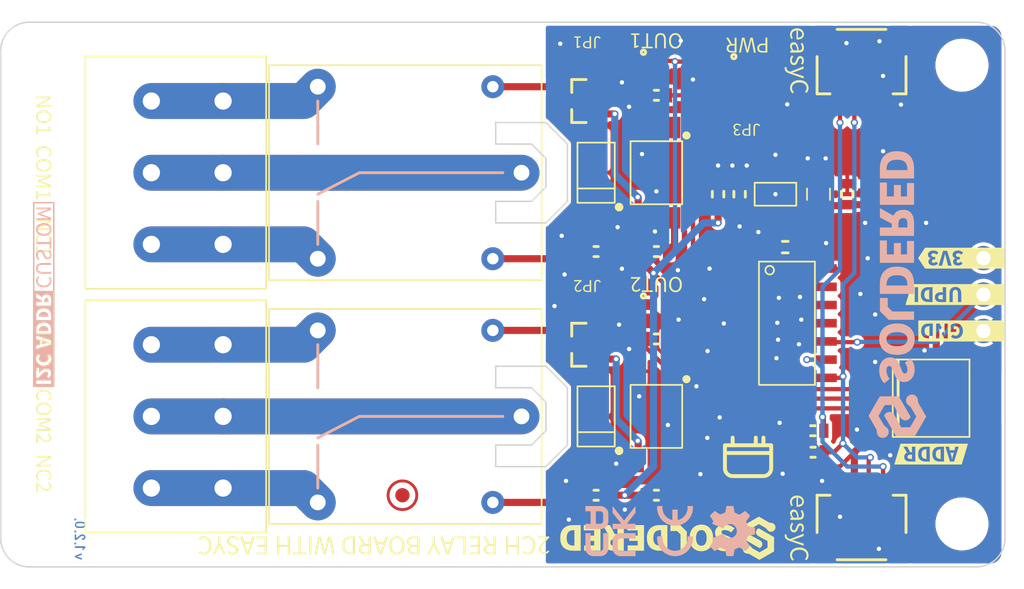
<source format=kicad_pcb>
(kicad_pcb (version 20211014) (generator pcbnew)
  (title_block (title "2-channel relay board with easyC") (date "2024-05-17") (rev "V1.2.0") (company "SOLDERED") (comment 1 "333025"))
  (layers (0 "F.Cu" signal) (31 "B.Cu" signal) (34 "B.Paste" user) (35 "F.Paste" user) (36 "B.SilkS" user "B.Silkscreen") (37 "F.SilkS" user "F.Silkscreen") (38 "B.Mask" user) (39 "F.Mask" user) (44 "Edge.Cuts" user))
  (net 0 "")
  (net 1 "Net-(D1-Pad2)")
  (net 2 "Net-(D2-Pad2)")
  (net 3 "Net-(D2-Pad1)")
  (net 4 "Net-(D3-Pad1)")
  (net 5 "Net-(D4-Pad2)")
  (net 6 "Net-(D5-Pad2)")
  (net 7 "NC1")
  (net 8 "COM1")
  (net 9 "NO1")
  (net 10 "GND")
  (net 11 "IN2")
  (net 12 "IN1")
  (net 13 "NC2")
  (net 14 "COM2")
  (net 15 "NO2")
  (net 16 "Net-(Q1-Pad1)")
  (net 17 "Net-(R1-Pad1)")
  (net 18 "Net-(R3-Pad1)")
  (net 19 "Net-(JP1-Pad1)")
  (net 20 "Net-(JP2-Pad2)")
  (net 21 "3V3")
  (net 22 "5V")
  (net 23 "SDA")
  (net 24 "SCL")
  (net 25 "UPDI")
  (net 26 "Net-(JP3-Pad1)")
  (net 27 "Net-(R8-Pad1)")
  (net 28 "Net-(R10-Pad1)")
  (net 32 "Net-(D5-Pad1)")
  (net 36 "Net-(L1-Pad1)")
  (net 37 "Net-(Q2-Pad1)")
  (net 38 "ADD1")
  (net 39 "ADD2")
  (net 40 "ADD3")
  (footprint "e-radionica.com footprinti:SOIC-14" (layer "F.Cu") (at 120 117)
    (fp_text reference "U2")
    (fp_text value "ATTINY404-SSNR")
  )
  (footprint "kibuzzard-66471EBB" (layer "F.Cu") (at 130.05 126.13 180)
    (fp_text reference "kibuzzard-66471EBB" hide)
    (fp_text value "G***" hide)
  )
  (footprint "e-radionica.com footprinti:0603C" (layer "F.Cu") (at 124.2 108 -90)
    (fp_text reference "C4")
    (fp_text value "C1608X7S1A475K080AC")
  )
  (footprint "e-radionica.com footprinti:SOT-23-3" (layer "F.Cu") (at 105.7 118.5 180)
    (fp_text reference "Q2")
    (fp_text value "NPN-SOT-23-3")
  )
  (footprint "e-radionica.com footprinti:0603R" (layer "F.Cu") (at 121.82 126 180)
    (fp_text reference "R5")
    (fp_text value "10k")
  )
  (footprint "kibuzzard-66471E5D" (layer "F.Cu") (at 106.1 97.4 180)
    (fp_text reference "kibuzzard-66471E5D" hide)
    (fp_text value "G***" hide)
  )
  (footprint "e-radionica.com footprinti:0603C" (layer "F.Cu") (at 116.7 108 -90)
    (fp_text reference "C2")
    (fp_text value "CL10A226MPCNUBE")
  )
  (footprint "kibuzzard-66471D78" (layer "F.Cu") (at 68.2 106.5 -90)
    (fp_text reference "kibuzzard-66471D78" hide)
    (fp_text value "G***" hide)
  )
  (footprint "e-radionica.com footprinti:HEADER-UPDI" (layer "F.Cu") (at 133.7 115 -90)
    (fp_text reference "K2")
    (fp_text value "HEADER-UPDI")
  )
  (footprint "Soldered Graphics:Logo-Front-easyC-NewFont" (layer "F.Cu") (at 120.7 131.3 -90)
    (fp_text reference "G***" hide)
    (fp_text value "LOGO" hide)
  )
  (footprint "e-radionica.com footprinti:HOLE_3.2mm" (layer "F.Cu") (at 68.2 131 -90)
    (fp_text reference "H2" hide)
    (fp_text value "HOLE_3.2mm" hide)
  )
  (footprint "Soldered Graphics:Logo-Back-CE-3.5mm" (layer "F.Cu") (at 112.2 131.5 -90)
    (fp_text reference "REF**" hide)
    (fp_text value "Logo-Back-CE-3.5mm" hide)
  )
  (footprint "e-radionica.com footprinti:SMD-JUMPER-CONNECTED_TRACE_SLODERMASK" (layer "F.Cu") (at 117.2 102.2)
    (fp_text reference "JP2")
    (fp_text value "SMD-JUMPER-CONNECTED_TRACE_SLODERMASK")
  )
  (footprint "kibuzzard-66471E6B" (layer "F.Cu") (at 106.1 114.4 180)
    (fp_text reference "kibuzzard-66471E6B" hide)
    (fp_text value "G***" hide)
  )
  (footprint "e-radionica.com footprinti:0402LED" (layer "F.Cu") (at 117.2 99 180)
    (fp_text reference "D3")
    (fp_text value "purple")
  )
  (footprint "kibuzzard-66471D83" (layer "F.Cu") (at 68.2 123.5 -90)
    (fp_text reference "kibuzzard-66471D83" hide)
    (fp_text value "G***" hide)
  )
  (footprint "kibuzzard-66471EEF" (layer "F.Cu") (at 132.2 112.46 180)
    (fp_text reference "kibuzzard-66471EEF" hide)
    (fp_text value "G***" hide)
  )
  (footprint "e-radionica.com footprinti:HOLE_3.2mm" (layer "F.Cu") (at 132.2 99 -90)
    (fp_text reference "H4" hide)
    (fp_text value "HOLE_3.2mm" hide)
  )
  (footprint "Soldered Graphics:Logo-Front-SolderedFULL-15mm" (layer "F.Cu") (at 111.7 132 180)
    (fp_text reference "REF**" hide)
    (fp_text value "Logo-Front-SolderedFULL-15mm" hide)
  )
  (footprint "e-radionica.com footprinti:0402R" (layer "F.Cu") (at 108.5 98.7)
    (fp_text reference "R2")
    (fp_text value "2k2")
  )
  (footprint "e-radionica.com footprinti:easyC-connector" (layer "F.Cu") (at 125.2 99.3)
    (fp_text reference "K4")
    (fp_text value "easyC-SMD")
  )
  (footprint "e-radionica.com footprinti:PC357_OPTO" (layer "F.Cu") (at 110.9 106.5 -90)
    (fp_text reference "U1")
    (fp_text value "PC357_OPTO")
  )
  (footprint "e-radionica.com footprinti:0603R" (layer "F.Cu") (at 106.7 112)
    (fp_text reference "R4")
    (fp_text value "10R")
  )
  (footprint "e-radionica.com footprinti:0603R" (layer "F.Cu") (at 110.9 112 180)
    (fp_text reference "R3")
    (fp_text value "330R")
  )
  (footprint "kibuzzard-66471E33" (layer "F.Cu") (at 110.9 114.3 180)
    (fp_text reference "kibuzzard-66471E33" hide)
    (fp_text value "G***" hide)
  )
  (footprint "kibuzzard-66471E80" (layer "F.Cu") (at 117.2 103.5 180)
    (fp_text reference "kibuzzard-66471E80" hide)
    (fp_text value "G***" hide)
  )
  (footprint "kibuzzard-66471D8F" (layer "F.Cu") (at 68.2 111 -90)
    (fp_text reference "kibuzzard-66471D8F" hide)
    (fp_text value "G***" hide)
  )
  (footprint "e-radionica.com footprinti:SMD-JUMPER-CONNECTED_TRACE_SLODERMASK" (layer "F.Cu") (at 106.1 98.7 180)
    (fp_text reference "JP1")
    (fp_text value "SMD-JUMPER-CONNECTED_TRACE_SLODERMASK")
  )
  (footprint "e-radionica.com footprinti:0402LED" (layer "F.Cu") (at 110.9 98.7 180)
    (fp_text reference "D1")
    (fp_text value "blue")
  )
  (footprint "e-radionica.com footprinti:0603C" (layer "F.Cu") (at 119.88 111.69)
    (fp_text reference "C1")
    (fp_text value "100n")
  )
  (footprint "e-radionica.com footprinti:SRD_RELAY_5V" (layer "F.Cu") (at 93.4 106.5)
    (fp_text reference "K3")
    (fp_text value "SRD-05VDC-SL-C")
  )
  (footprint "Soldered Graphics:Logo-Back-OSH-3.5mm" (layer "F.Cu") (at 116.2 131.5 -90)
    (fp_text reference "G***" hide)
    (fp_text value "LOGO" hide)
  )
  (footprint "kibuzzard-66471C86" (layer "F.Cu") (at 91.2 132.5 180)
    (fp_text reference "kibuzzard-66471C86" hide)
    (fp_text value "G***" hide)
  )
  (footprint "e-radionica.com footprinti:DSHP03TS-S" (layer "F.Cu") (at 130.05 122.23)
    (fp_text reference "K8")
    (fp_text value "DSHP03TS-S")
  )
  (footprint "Soldered Graphics:Logo-Front-easyC-NewFont" (layer "F.Cu") (at 120.7 98.7 -90)
    (fp_text reference "G***" hide)
    (fp_text value "LOGO" hide)
  )
  (footprint "e-radionica.com footprinti:0603R" (layer "F.Cu") (at 106.7 129)
    (fp_text reference "R11")
    (fp_text value "10R")
  )
  (footprint "e-radionica.com footprinti:SMD-JUMPER-CONNECTED_TRACE_SLODERMASK" (layer "F.Cu") (at 106.1 115.7 180)
    (fp_text reference "JP3")
    (fp_text value "SMD-JUMPER-CONNECTED_TRACE_SLODERMASK")
  )
  (footprint "e-radionica.com footprinti:tps613222a" (layer "F.Cu") (at 119.2 108 -90)
    (fp_text reference "U4")
    (fp_text value "TPS613222A")
  )
  (footprint "e-radionica.com footprinti:0603R" (layer "F.Cu") (at 110.9 101.1)
    (fp_text reference "R1")
    (fp_text value "100R")
  )
  (footprint "Soldered Graphics:Logo-Back-SolderedFULL-20mm" (layer "F.Cu") (at 127.7 115 -90)
    (fp_text reference "REF**" hide)
    (fp_text value "Logo-Front-SolderedFULL-20mm" hide)
  )
  (footprint "e-radionica.com footprinti:0806L" (layer "F.Cu") (at 122.2 108 -90)
    (fp_text reference "L1")
    (fp_text value "DFE201612E-2R2M=P2")
  )
  (footprint "e-radionica.com footprinti:0402R" (layer "F.Cu") (at 117.2 100.5)
    (fp_text reference "R7")
    (fp_text value "2k2")
  )
  (footprint "e-radionica.com footprinti:M4_DIODA" (layer "F.Cu") (at 106.7 123.5 -90)
    (fp_text reference "D5")
    (fp_text value "M4_DIODA")
  )
  (footprint "e-radionica.com footprinti:0603R" (layer "F.Cu") (at 121.8 124.5 180)
    (fp_text reference "R6")
    (fp_text value "10k")
  )
  (footprint "e-radionica.com footprinti:0603R" (layer "F.Cu") (at 110.9 118.1)
    (fp_text reference "R8")
    (fp_text value "100R")
  )
  (footprint "e-radionica.com footprinti:0603C" (layer "F.Cu") (at 115.2 108 -90)
    (fp_text reference "C3")
    (fp_text value "CL10A226MPCNUBE")
  )
  (footprint "e-radionica.com footprinti:0603R" (layer "F.Cu") (at 110.9 129 180)
    (fp_text reference "R10")
    (fp_text value "330R")
  )
  (footprint "e-radionica.com footprinti:FIDUCIAL_23" (layer "F.Cu") (at 132.2 106 -90)
    (fp_text reference "FD1")
    (fp_text value "FIDUCIAL")
  )
  (footprint "e-radionica.com footprinti:0402LED" (layer "F.Cu") (at 110.9 115.7 180)
    (fp_text reference "D4")
    (fp_text value "blue")
  )
  (footprint "e-radionica.com footprinti:HOLE_3.2mm" (layer "F.Cu") (at 132.2 131 -90)
    (fp_text reference "H3" hide)
    (fp_text value "HOLE_3.2mm" hide)
  )
  (footprint "kibuzzard-66471E46" (layer "F.Cu") (at 117.2 97.6 180)
    (fp_text reference "kibuzzard-66471E46" hide)
    (fp_text value "G***" hide)
  )
  (footprint "Soldered Graphics:Logo-Back-UKCA-3.5mm" (layer "F.Cu") (at 107.7 131.5 -90)
    (fp_text reference "REF**" hide)
    (fp_text value "Logo-Back-UKCA-3.5mm" hide)
  )
  (footprint "kibuzzard-66471D63" (layer "F.Cu") (at 68.2 102.5 -90)
    (fp_text reference "kibuzzard-66471D63" hide)
    (fp_text value "G***" hide)
  )
  (footprint "e-radionica.com footprinti:SOT-23-3" (layer "F.Cu") (at 105.7 101.5 180)
    (fp_text reference "Q1")
    (fp_text value "NPN-SOT-23-3")
  )
  (footprint "e-radionica.com footprinti:FIDUCIAL_23" (layer "F.Cu") (at 93.2 129 -90)
    (fp_text reference "FD2")
    (fp_text value "FIDUCIAL")
  )
  (footprint "kibuzzard-66471EE5" (layer "F.Cu") (at 131.7 115 180)
    (fp_text reference "kibuzzard-66471EE5" hide)
    (fp_text value "G***" hide)
  )
  (footprint "kibuzzard-66471DA3" (layer "F.Cu") (at 68.2 127.5 -90)
    (fp_text reference "kibuzzard-66471DA3" hide)
    (fp_text value "G***" hide)
  )
  (footprint "Soldered Graphics:Symbol-Front-Relay" (layer "F.Cu") (at 117.29 126.32 180)
    (fp_text reference "G***" hide)
    (fp_text value "LOGO" hide)
  )
  (footprint "kibuzzard-66471E22" (layer "F.Cu") (at 110.9 97.3 180)
    (fp_text reference "kibuzzard-66471E22" hide)
    (fp_text value "G***" hide)
  )
  (footprint "e-radionica.com footprinti:PC357_OPTO" (layer "F.Cu") (at 110.9 123.5 -90)
    (fp_text reference "U3")
    (fp_text value "PC357_OPTO")
  )
  (footprint "e-radionica.com footprinti:M4_DIODA" (layer "F.Cu") (at 106.7 106.5 -90)
    (fp_text reference "D2")
    (fp_text value "M4_DIODA")
  )
  (footprint "e-radionica.com footprinti:easyC-connector" (layer "F.Cu") (at 125.2 130.7 180)
    (fp_text reference "K1")
    (fp_text value "easyC-SMD")
  )
  (footprint "e-radionica.com footprinti:HOLE_3.2mm" (layer "F.Cu") (at 68.2 99 -90)
    (fp_text reference "H1" hide)
    (fp_text value "HOLE_3.2mm" hide)
  )
  (footprint "e-radionica.com footprinti:SRD_RELAY_5V" (layer "F.Cu") (at 93.4 123.5)
    (fp_text reference "K6")
    (fp_text value "SRD-05VDC-SL-C")
  )
  (footprint "kibuzzard-66471DBB" (layer "F.Cu") (at 68.2 119 -90)
    (fp_text reference "kibuzzard-66471DBB" hide)
    (fp_text value "G***" hide)
  )
  (footprint "e-radionica.com footprinti:0402R" (layer "F.Cu") (at 108.5 115.7)
    (fp_text reference "R9")
    (fp_text value "2k2")
  )
  (footprint "e-radionica.com footprinti:TERMINAL_KF235-5.0-3P" (layer "F.Cu") (at 78.2 123.5 -90)
    (fp_text reference "K7")
    (fp_text value "TERMINAL_KF235-5.0-3P")
  )
  (footprint "kibuzzard-66471ED2" (layer "F.Cu") (at 132.2 117.54 180)
    (fp_text reference "kibuzzard-66471ED2" hide)
    (fp_text value "G***" hide)
  )
  (footprint "e-radionica.com footprinti:TERMINAL_KF235-5.0-3P" (layer "F.Cu") (at 78.2 106.5 -90)
    (fp_text reference "K5")
    (fp_text value "TERMINAL_KF235-5.0-3P")
  )
  (footprint "Soldered Graphics:Symbol-Front_I2C_ADDR_CUSTOM-NewFont" (layer "B.Cu") (at 68.2 115 90)
    (fp_text reference "REF**" hide)
    (fp_text value "Symbol-Front_I2C_ADDR_CUSTOM" hide)
  )
  (footprint "Soldered Graphics:Version1.2.0" (layer "B.Cu") (at 70.7 132 90)
    (fp_text reference "REF**" hide)
    (fp_text value "Version1.2.0" hide)
  )
  (gr_line (start 87.3 101.5) (end 87.3 104.5) (layer "B.SilkS") (width 0.2))
  (gr_line (start 100.2 123.5) (end 90.2 123.5) (layer "B.SilkS") (width 0.2))
  (gr_line (start 87.3 118.5) (end 87.3 121.5) (layer "B.SilkS") (width 0.2))
  (gr_line (start 90.2 123.5) (end 87.3 125) (layer "B.SilkS") (width 0.2))
  (gr_line (start 87.3 128.5) (end 87.3 125.5) (layer "B.SilkS") (width 0.2))
  (gr_line (start 90.2 106.5) (end 87.3 108) (layer "B.SilkS") (width 0.2))
  (gr_line (start 100.2 106.5) (end 90.2 106.5) (layer "B.SilkS") (width 0.2))
  (gr_line (start 87.3 111.5) (end 87.3 108.5) (layer "B.SilkS") (width 0.2))
  (gr_line (start 103.2 110) (end 99.7 110) (layer "Edge.Cuts") (width 0.1))
  (gr_line (start 135.2 132) (end 135.2 98) (layer "Edge.Cuts") (width 0.1))
  (gr_line (start 103.2 127) (end 99.7 127) (layer "Edge.Cuts") (width 0.1))
  (gr_line (start 103.2 122.5) (end 102.2 121.5) (layer "Edge.Cuts") (width 0.1))
  (gr_line (start 103.2 105.5) (end 102.2 104.5) (layer "Edge.Cuts") (width 0.1))
  (gr_line (start 99.7 121.5) (end 99.7 120) (layer "Edge.Cuts") (width 0.1))
  (gr_line (start 65.2 98) (end 65.2 132) (layer "Edge.Cuts") (width 0.1))
  (gr_arc (start 133.2 96) (mid 134.614214 96.585786) (end 135.2 98) (layer "Edge.Cuts") (width 0.1))
  (gr_line (start 104.7 121.5) (end 104.7 125.5) (layer "Edge.Cuts") (width 0.1))
  (gr_line (start 104.7 104.5) (end 104.7 108.5) (layer "Edge.Cuts") (width 0.1))
  (gr_line (start 102.2 125.5) (end 103.2 124.5) (layer "Edge.Cuts") (width 0.1))
  (gr_arc (start 135.2 132) (mid 134.614214 133.414214) (end 133.2 134) (layer "Edge.Cuts") (width 0.1))
  (gr_line (start 99.7 125.5) (end 102.2 125.5) (layer "Edge.Cuts") (width 0.1))
  (gr_arc (start 67.2 134) (mid 65.785786 133.414214) (end 65.2 132) (layer "Edge.Cuts") (width 0.1))
  (gr_line (start 103.2 120) (end 104.7 121.5) (layer "Edge.Cuts") (width 0.1))
  (gr_line (start 103.2 124.5) (end 103.2 122.5) (layer "Edge.Cuts") (width 0.1))
  (gr_line (start 104.7 125.5) (end 103.2 127) (layer "Edge.Cuts") (width 0.1))
  (gr_arc (start 65.2 98) (mid 65.785786 96.585786) (end 67.2 96) (layer "Edge.Cuts") (width 0.1))
  (gr_line (start 99.7 127) (end 99.7 125.5) (layer "Edge.Cuts") (width 0.1))
  (gr_line (start 102.2 121.5) (end 99.7 121.5) (layer "Edge.Cuts") (width 0.1))
  (gr_line (start 103.2 103) (end 104.7 104.5) (layer "Edge.Cuts") (width 0.1))
  (gr_line (start 99.7 108.5) (end 102.2 108.5) (layer "Edge.Cuts") (width 0.1))
  (gr_line (start 102.2 104.5) (end 99.7 104.5) (layer "Edge.Cuts") (width 0.1))
  (gr_line (start 99.7 110) (end 99.7 108.5) (layer "Edge.Cuts") (width 0.1))
  (gr_line (start 104.7 108.5) (end 103.2 110) (layer "Edge.Cuts") (width 0.1))
  (gr_line (start 133.2 96) (end 67.2 96) (layer "Edge.Cuts") (width 0.1))
  (gr_line (start 103.2 107.5) (end 103.2 105.5) (layer "Edge.Cuts") (width 0.1))
  (gr_line (start 67.2 134) (end 133.2 134) (layer "Edge.Cuts") (width 0.1))
  (gr_line (start 102.2 108.5) (end 103.2 107.5) (layer "Edge.Cuts") (width 0.1))
  (gr_line (start 99.7 103) (end 103.2 103) (layer "Edge.Cuts") (width 0.1))
  (gr_line (start 99.7 120) (end 103.2 120) (layer "Edge.Cuts") (width 0.1))
  (gr_line (start 99.7 104.5) (end 99.7 103) (layer "Edge.Cuts") (width 0.1))
  (segment (start 110.35 98.7) (end 109 98.7) (width 0.3) (layer "F.Cu") (net 1))
  (segment (start 105.9 110.4) (end 105.9 111.975) (width 0.5) (layer "F.Cu") (net 2))
  (segment (start 105.425 112.5) (end 105.925 112) (width 0.5) (layer "F.Cu") (net 2))
  (segment (start 105.9 111.975) (end 105.925 112) (width 0.5) (layer "F.Cu") (net 2))
  (segment (start 99.5 112.5) (end 105.425 112.5) (width 0.5) (layer "F.Cu") (net 2))
  (segment (start 106.7 109.6) (end 105.9 110.4) (width 0.5) (layer "F.Cu") (net 2))
  (segment (start 106.7 108.19) (end 106.7 109.6) (width 0.5) (layer "F.Cu") (net 2))
  (segment (start 104.5 99.7) (end 104.5 101.5) (width 0.3) (layer "F.Cu") (net 3))
  (segment (start 104.5 102.8) (end 106.6 104.9) (width 0.5) (layer "F.Cu") (net 3))
  (segment (start 103.5 100.5) (end 104.5 101.5) (width 0.5) (layer "F.Cu") (net 3))
  (segment (start 105.75 98.7) (end 105.5 98.7) (width 0.3) (layer "F.Cu") (net 3))
  (segment (start 99.5 100.5) (end 103.5 100.5) (width 0.5) (layer "F.Cu") (net 3))
  (segment (start 105.5 98.7) (end 104.5 99.7) (width 0.3) (layer "F.Cu") (net 3))
  (segment (start 104.5 101.5) (end 104.5 102.8) (width 0.5) (layer "F.Cu") (net 3))
  (segment (start 106.6 104.9) (end 106.7 104.9) (width 0.5) (layer "F.Cu") (net 3))
  (segment (start 117.75 100.45) (end 117.7 100.5) (width 0.3) (layer "F.Cu") (net 4))
  (segment (start 117.75 99) (end 117.75 100.45) (width 0.3) (layer "F.Cu") (net 4))
  (segment (start 109 115.7) (end 110.35 115.7) (width 0.3) (layer "F.Cu") (net 5))
  (segment (start 106.7 125.19) (end 106.7 126.5) (width 0.5) (layer "F.Cu") (net 6))
  (segment (start 105.9 127.3) (end 105.9 128.975) (width 0.5) (layer "F.Cu") (net 6))
  (segment (start 106.7 126.5) (end 105.9 127.3) (width 0.5) (layer "F.Cu") (net 6))
  (segment (start 99.5 129.5) (end 105.425 129.5) (width 0.5) (layer "F.Cu") (net 6))
  (segment (start 105.425 129.5) (end 105.925 129) (width 0.5) (layer "F.Cu") (net 6))
  (segment (start 105.9 128.975) (end 105.925 129) (width 0.5) (layer "F.Cu") (net 6))
  (segment (start 75.7 111.5) (end 80.7 111.5) (width 2.5) (layer "F.Cu") (net 7))
  (segment (start 86.3 111.5) (end 87.3 112.5) (width 2.5) (layer "F.Cu") (net 7))
  (segment (start 80.7 111.5) (end 86.3 111.5) (width 2.5) (layer "F.Cu") (net 7))
  (segment (start 75.7 111.5) (end 80.7 111.5) (width 2.5) (layer "B.Cu") (net 7))
  (segment (start 80.7 111.5) (end 86.3 111.5) (width 2.5) (layer "B.Cu") (net 7))
  (segment (start 86.3 111.5) (end 87.3 112.5) (width 2.5) (layer "B.Cu") (net 7))
  (segment (start 75.7 106.5) (end 80.7 106.5) (width 2.5) (layer "F.Cu") (net 8))
  (segment (start 80.7 106.5) (end 101.5 106.5) (width 2.5) (layer "F.Cu") (net 8))
  (segment (start 80.7 106.5) (end 75.7 106.5) (width 2.5) (layer "B.Cu") (net 8))
  (segment (start 101.5 106.5) (end 80.7 106.5) (width 2.5) (layer "B.Cu") (net 8))
  (segment (start 86.3 101.5) (end 87.3 100.5) (width 2.5) (layer "F.Cu") (net 9))
  (segment (start 75.7 101.5) (end 80.7 101.5) (width 2.5) (layer "F.Cu") (net 9))
  (segment (start 80.7 101.5) (end 86.3 101.5) (width 2.5) (layer "F.Cu") (net 9))
  (segment (start 80.7 101.5) (end 86.3 101.5) (width 2.5) (layer "B.Cu") (net 9))
  (segment (start 86.3 101.5) (end 87.3 100.5) (width 2.5) (layer "B.Cu") (net 9))
  (segment (start 75.7 101.5) (end 80.7 101.5) (width 2.5) (layer "B.Cu") (net 9))
  (via (at 119.49 123.95) (size 0.5) (drill 0.3) (layers "F.Cu" "B.Cu") (net 10))
  (via (at 104.8 130.7) (size 0.5) (drill 0.3) (layers "F.Cu" "B.Cu") (net 10))
  (via (at 108.3 117.1) (size 0.5) (drill 0.3) (layers "F.Cu" "B.Cu") (net 10))
  (via (at 113.97 127.53) (size 0.5) (drill 0.3) (layers "F.Cu" "B.Cu") (net 10))
  (via (at 126.1505 119.7) (size 0.5) (drill 0.3) (layers "F.Cu" "B.Cu") (net 10))
  (via (at 129.5895 118.8995) (size 0.5) (drill 0.3) (layers "F.Cu" "B.Cu") (net 10))
  (via (at 115.31 123.57) (size 0.5) (drill 0.3) (layers "F.Cu" "B.Cu") (net 10))
  (via (at 112.6 97.3) (size 0.5) (drill 0.3) (layers "F.Cu" "B.Cu") (net 10))
  (via (at 113.45 100) (size 0.5) (drill 0.3) (layers "F.Cu" "B.Cu") (net 10))
  (via (at 104.6 128) (size 0.5) (drill 0.3) (layers "F.Cu" "B.Cu") (net 10))
  (via (at 104.5 113.6) (size 0.5) (drill 0.3) (layers "F.Cu" "B.Cu") (net 10))
  (via (at 126.41 132.74) (size 0.5) (drill 0.3) (layers "F.Cu" "B.Cu") (net 10))
  (via (at 119.33 116.97) (size 0.5) (drill 0.3) (layers "F.Cu" "B.Cu") (net 10))
  (via (at 112.45 116.75) (size 0.5) (drill 0.3) (layers "F.Cu" "B.Cu") (net 10))
  (via (at 108.2 110.3) (size 0.5) (drill 0.3) (layers "F.Cu" "B.Cu") (net 10))
  (via (at 122.45 128) (size 0.5) (drill 0.3) (layers "F.Cu" "B.Cu") (net 10))
  (via (at 123.7 130.5) (size 0.5) (drill 0.3) (layers "F.Cu" "B.Cu") (net 10))
  (via (at 108.1 126.8) (size 0.5) (drill 0.3) (layers "F.Cu" "B.Cu") (net 10))
  (via (at 124.15 97.46) (size 0.5) (drill 0.3) (layers "F.Cu" "B.Cu") (net 10))
  (via (at 108.5 100.2) (size 0.5) (drill 0.3) (layers "F.Cu" "B.Cu") (net 10))
  (via (at 119.44 115.23) (size 0.5) (drill 0.3) (layers "F.Cu" "B.Cu") (net 10))
  (via (at 114.23 115.32) (size 0.5) (drill 0.3) (layers "F.Cu" "B.Cu") (net 10))
  (via (at 119.2 108) (size 0.5) (drill 0.3) (layers "F.Cu" "B.Cu") (net 10))
  (via (at 124.88 124.42) (size 0.5) (drill 0.3) (layers "F.Cu" "B.Cu") (net 10))
  (via (at 120.84 118.47) (size 0.5) (drill 0.3) (layers "F.Cu" "B.Cu") (net 10))
  (via (at 117.2 106) (size 0.5) (drill 0.3) (layers "F.Cu" "B.Cu") (net 10))
  (via (at 120.02 101.73) (size 0.5) (drill 0.3) (layers "F.Cu" "B.Cu") (net 10))
  (via (at 108.7 130) (size 0.5) (drill 0.3) (layers "F.Cu" "B.Cu") (net 10))
  (via (at 110.9 107.8) (size 0.5) (drill 0.3) (layers "F.Cu" "B.Cu") (net 10))
  (via (at 120.91 115.17) (size 0.5) (drill 0.3) (layers "F.Cu" "B.Cu") (net 10))
  (via (at 111.7 124.1) (size 0.5) (drill 0.3) (layers "F.Cu" "B.Cu") (net 10))
  (via (at 125.63 112.47) (size 0.5) (drill 0.3) (layers "F.Cu" "B.Cu") (net 10))
  (via (at 126.1505 116.39) (size 0.5) (drill 0.3) (layers "F.Cu" "B.Cu") (net 10))
  (via (at 118.01 110.64) (size 0.5) (drill 0.3) (layers "F.Cu" "B.Cu") (net 10))
  (via (at 115.6 117.02) (size 0.5) (drill 0.3) (layers "F.Cu" "B.Cu") (net 10))
  (via (at 113.69 121.4) (size 0.5) (drill 0.3) (layers "F.Cu" "B.Cu") (net 10))
  (via (at 108.5 113.2) (size 0.5) (drill 0.3) (layers "F.Cu" "B.Cu") (net 10))
  (via (at 109 118.8) (size 0.5) (drill 0.3) (layers "F.Cu" "B.Cu") (net 10))
  (via (at 126.7 105) (size 0.5) (drill 0.3) (layers "F.Cu" "B.Cu") (net 10))
  (via (at 116.2 106) (size 0.5) (drill 0.3) (layers "F.Cu" "B.Cu") (net 10))
  (via (at 114.467743 118.9405) (size 0.5) (drill 0.3) (layers "F.Cu" "B.Cu") (net 10))
  (via (at 125.12 114.96) (size 0.5) (drill 0.3) (layers "F.Cu" "B.Cu") (net 10))
  (via (at 119.7 127.5) (size 0.5) (drill 0.3) (layers "F.Cu" "B.Cu") (net 10))
  (via (at 127.95 101.75) (size 0.5) (drill 0.3) (layers "F.Cu" "B.Cu") (net 10))
  (via (at 109.9 105.2) (size 0.5) (drill 0.3) (layers "F.Cu" "B.Cu") (net 10))
  (via (at 109 101.9) (size 0.5) (drill 0.3) (layers "F.Cu" "B.Cu") (net 10))
  (via (at 115.2 106) (size 0.5) (drill 0.3) (layers "F.Cu" "B.Cu") (net 10))
  (via (at 126.7 99.75) (size 0.5) (drill 0.3) (layers "F.Cu" "B.Cu") (net 10))
  (via (at 127.2 126.21) (size 0.5) (drill 0.3) (layers "F.Cu" "B.Cu") (net 10))
  (via (at 126.45 97.33) (size 0.5) (drill 0.3) (layers "F.Cu" "B.Cu") (net 10))
  (via (at 121.45 105.5) (size 0.5) (drill 0.3) (layers "F.Cu" "B.Cu") (net 10))
  (via (at 112.4 113.3) (size 0.5) (drill 0.3) (layers "F.Cu" "B.Cu") (net 10))
  (via (at 119.27 119.44) (size 0.5) (drill 0.3) (layers "F.Cu" "B.Cu") (net 10))
  (via (at 103.8 115.8) (size 0.5) (drill 0.3) (layers "F.Cu" "B.Cu") (net 10))
  (via (at 129.7 110) (size 0.5) (drill 0.3) (layers "F.Cu" "B.Cu") (net 10))
  (via (at 119.38 118.15) (size 0.5) (drill 0.3) (layers "F.Cu" "B.Cu") (net 10))
  (via (at 122.73 111.41) (size 0.5) (drill 0.3) (layers "F.Cu" "B.Cu") (net 10))
  (via (at 121 116.75) (size 0.5) (drill 0.3) (layers "F.Cu" "B.Cu") (net 10))
  (via (at 109.7 122.1) (size 0.5) (drill 0.3) (layers "F.Cu" "B.Cu") (net 10))
  (via (at 114.61 113.19) (size 0.5) (drill 0.3) (layers "F.Cu" "B.Cu") (net 10))
  (via (at 114.45 125) (size 0.5) (drill 0.3) (layers "F.Cu" "B.Cu") (net 10))
  (via (at 104.3 110.9) (size 0.5) (drill 0.3) (layers "F.Cu" "B.Cu") (net 10))
  (via (at 110.8 110.6) (size 0.5) (drill 0.3) (layers "F.Cu" "B.Cu") (net 10))
  (via (at 122.7 105.5) (size 0.5) (drill 0.3) (layers "F.Cu" "B.Cu") (net 10))
  (via (at 116.7 110.25) (size 0.5) (drill 0.3) (layers "F.Cu" "B.Cu") (net 10))
  (via (at 125.45 110) (size 0.5) (drill 0.3) (layers "F.Cu" "B.Cu") (net 10))
  (via (at 104.2 97.5) (size 0.5) (drill 0.3) (layers "F.Cu" "B.Cu") (net 10))
  (via (at 119.2 105.25) (size 0.5) (drill 0.3) (layers "F.Cu" "B.Cu") (net 10))
  (segment (start 115.5 115.73) (end 117.3 115.73) (width 0.3) (layer "F.Cu") (net 11))
  (segment (start 113.13 118.1) (end 115.5 115.73) (width 0.3) (layer "F.Cu") (net 11))
  (segment (start 111.675 118.1) (end 113.13 118.1) (width 0.3) (layer "F.Cu") (net 11))
  (segment (start 111.675 101.1) (end 112.8 101.1) (width 0.3) (layer "F.Cu") (net 12))
  (segment (start 113.45 113.32) (end 114.59 114.46) (width 0.3) (layer "F.Cu") (net 12))
  (segment (start 112.8 101.1) (end 113.45 101.75) (width 0.3) (layer "F.Cu") (net 12))
  (segment (start 113.45 101.75) (end 113.45 113.32) (width 0.3) (layer "F.Cu") (net 12))
  (segment (start 114.59 114.46) (end 117.3 114.46) (width 0.3) (layer "F.Cu") (net 12))
  (segment (start 86.3 128.5) (end 87.3 129.5) (width 2.5) (layer "F.Cu") (net 13))
  (segment (start 80.7 128.5) (end 86.3 128.5) (width 2.5) (layer "F.Cu") (net 13))
  (segment (start 75.7 128.5) (end 80.7 128.5) (width 2.5) (layer "F.Cu") (net 13))
  (segment (start 86.3 128.5) (end 87.3 129.5) (width 2.5) (layer "B.Cu") (net 13))
  (segment (start 75.7 128.5) (end 86.3 128.5) (width 2.5) (layer "B.Cu") (net 13))
  (segment (start 75.7 123.5) (end 80.7 123.5) (width 2.5) (layer "F.Cu") (net 14))
  (segment (start 80.7 123.5) (end 101.5 123.5) (width 2.5) (layer "F.Cu") (net 14))
  (segment (start 80.7 123.5) (end 101.5 123.5) (width 2.5) (layer "B.Cu") (net 14))
  (segment (start 75.7 123.5) (end 80.7 123.5) (width 2.5) (layer "B.Cu") (net 14))
  (segment (start 86.3 118.5) (end 87.3 117.5) (width 2.5) (layer "F.Cu") (net 15))
  (segment (start 75.7 118.5) (end 80.7 118.5) (width 2.5) (layer "F.Cu") (net 15))
  (segment (start 80.7 118.5) (end 86.3 118.5) (width 2.5) (layer "F.Cu") (net 15))
  (segment (start 80.7 118.5) (end 86.3 118.5) (width 2.5) (layer "B.Cu") (net 15))
  (segment (start 75.7 118.5) (end 80.7 118.5) (width 2.5) (layer "B.Cu") (net 15))
  (segment (start 86.3 118.5) (end 87.3 117.5) (width 2.5) (layer "B.Cu") (net 15))
  (segment (start 108 102.4) (end 106.95 102.4) (width 0.5) (layer "F.Cu") (net 16))
  (segment (start 109.63 108.23) (end 109.6 108.2) (width 0.5) (layer "F.Cu") (net 16))
  (segment (start 109.63 109.65) (end 109.63 108.23) (width 0.5) (layer "F.Cu") (net 16))
  (segment (start 106.95 102.4) (end 106.9 102.45) (width 0.5) (layer "F.Cu") (net 16))
  (via (at 108 102.4) (size 0.5) (drill 0.3) (layers "F.Cu" "B.Cu") (net 16))
  (via (at 109.6 108.2) (size 0.5) (drill 0.3) (layers "F.Cu" "B.Cu") (net 16))
  (segment (start 109.6 108.2) (end 108 106.6) (width 0.5) (layer "B.Cu") (net 16))
  (segment (start 108 106.6) (end 108 102.4) (width 0.5) (layer "B.Cu") (net 16))
  (segment (start 110.125 101.725) (end 111.75 103.35) (width 0.3) (layer "F.Cu") (net 17))
  (segment (start 110.125 101.1) (end 110.125 101.725) (width 0.3) (layer "F.Cu") (net 17))
  (segment (start 111.75 103.35) (end 112.17 103.35) (width 0.3) (layer "F.Cu") (net 17))
  (segment (start 112.17 109.65) (end 112.17 111.505) (width 0.5) (layer "F.Cu") (net 18))
  (segment (start 112.17 111.505) (end 111.675 112) (width 0.5) (layer "F.Cu") (net 18))
  (segment (start 108 98.7) (end 106.45 98.7) (width 0.3) (layer "F.Cu") (net 19))
  (segment (start 116.7 100.5) (end 116.7 100.7) (width 0.3) (layer "F.Cu") (net 20))
  (segment (start 116.7 100.7) (end 117.55 101.55) (width 0.3) (layer "F.Cu") (net 20))
  (segment (start 117.55 101.55) (end 117.55 102.2) (width 0.3) (layer "F.Cu") (net 20))
  (segment (start 122.2 108.8) (end 122.2 109.95) (width 0.5) (layer "F.Cu") (net 21))
  (segment (start 124.7 128.55) (end 124.7 127.18) (width 0.5) (layer "F.Cu") (net 21))
  (segment (start 123.69 127) (end 124.7 125.99) (width 0.3) (layer "F.Cu") (net 21))
  (segment (start 121.58 110.57) (end 119.61 110.57) (width 0.5) (layer "F.Cu") (net 21))
  (segment (start 119.15 111.03) (end 119.15 111.69) (width 0.5) (layer "F.Cu") (net 21))
  (segment (start 121.66 127) (end 123.69 127) (width 0.3) (layer "F.Cu") (net 21))
  (segment (start 121.025 126.365) (end 121.66 127) (width 0.3) (layer "F.Cu") (net 21))
  (segment (start 122.2 108.8) (end 124.13 108.8) (width 0.5) (layer "F.Cu") (net 21))
  (segment (start 125.36 125.33) (end 124.7 125.99) (width 0.5) (layer "F.Cu") (net 21))
  (segment (start 119.15 111.69) (end 119.15 112.9) (width 0.5) (layer "F.Cu") (net 21))
  (segment (start 130.41 122.56) (end 127.64 125.33) (width 0.5) (layer "F.Cu") (net 21))
  (segment (start 118.86 113.19) (end 117.3 113.19) (width 0.5) (layer "F.Cu") (net 21))
  (segment (start 119.15 112.9) (end 118.86 113.19) (width 0.5) (layer "F.Cu") (net 21))
  (segment (start 124.7 125.99) (end 124.7 127.18) (width 0.5) (layer "F.Cu") (net 21))
  (segment (start 126.68 108.73) (end 130.41 112.46) (width 0.5) (layer "F.Cu") (net 21))
  (segment (start 125.7 107.75) (end 125.7 101.45) (width 0.5) (layer "F.Cu") (net 21))
  (segment (start 122.2 109.95) (end 121.58 110.57) (width 0.5) (layer "F.Cu") (net 21))
  (segment (start 124.2 108.73) (end 126.68 108.73) (width 0.5) (layer "F.Cu") (net 21))
  (segment (start 119.61 110.57) (end 119.15 111.03) (width 0.5) (layer "F.Cu") (net 21))
  (segment (start 130.41 112.46) (end 130.41 122.56) (width 0.5) (layer "F.Cu") (net 21))
  (segment (start 130.41 112.46) (end 133.7 112.46) (width 0.5) (layer "F.Cu") (net 21))
  (segment (start 124.13 108.8) (end 124.2 108.73) (width 0.5) (layer "F.Cu") (net 21))
  (segment (start 126.68 108.73) (end 125.7 107.75) (width 0.5) (layer "F.Cu") (net 21))
  (segment (start 121.025 124.5) (end 121.025 126.365) (width 0.3) (layer "F.Cu") (net 21))
  (segment (start 127.64 125.33) (end 125.36 125.33) (width 0.5) (layer "F.Cu") (net 21))
  (segment (start 112.15 98.7) (end 112.2 98.75) (width 0.3) (layer "F.Cu") (net 22))
  (segment (start 111.45 114.25) (end 111.45 115.7) (width 0.3) (layer "F.Cu") (net 22))
  (segment (start 107.475 112) (end 110.125 112) (width 0.5) (layer "F.Cu") (net 22))
  (segment (start 116.7 108.73) (end 117.68 108.73) (width 0.5) (layer "F.Cu") (net 22))
  (segment (start 110.125 112.925) (end 110.125 112) (width 0.5) (layer "F.Cu") (net 22))
  (segment (start 116.7 108.73) (end 115.2 108.73) (width 0.5) (layer "F.Cu") (net 22))
  (segment (start 117.68 108.73) (end 118.25 109.3) (width 0.5) (layer "F.Cu") (net 22))
  (segment (start 110.7 113.5) (end 110.125 112.925) (width 0.5) (layer "F.Cu") (net 22))
  (segment (start 112.2 98.75) (end 113.35 98.75) (width 0.3) (layer "F.Cu") (net 22))
  (segment (start 115.2 110) (end 115.2 108.73) (width 0.5) (layer "F.Cu") (net 22))
  (segment (start 111.45 98.7) (end 112.15 98.7) (width 0.3) (layer "F.Cu") (net 22))
  (segment (start 116.6 102) (end 116.85 102) (width 0.3) (layer "F.Cu") (net 22))
  (segment (start 109.1 129) (end 108.7 129) (width 0.5) (layer "F.Cu") (net 22))
  (segment (start 109.1 129) (end 110.125 129) (width 0.5) (layer "F.Cu") (net 22))
  (segment (start 113.35 98.75) (end 116.6 102) (width 0.3) (layer "F.Cu") (net 22))
  (segment (start 108.7 129) (end 107.475 129) (width 0.5) (layer "F.Cu") (net 22))
  (segment (start 110.7 113.5) (end 111.45 114.25) (width 0.3) (layer "F.Cu") (net 22))
  (via (at 108.7 129) (size 0.5) (drill 0.3) (layers "F.Cu" "B.Cu") (net 22))
  (via (at 110.7 113.5) (size 0.5) (drill 0.3) (layers "F.Cu" "B.Cu") (net 22))
  (via (at 115.2 110) (size 0.5) (drill 0.3) (layers "F.Cu" "B.Cu") (net 22))
  (via (at 112.2 98.75) (size 0.5) (drill 0.3) (layers "F.Cu" "B.Cu") (net 22))
  (segment (start 110.7 113.5) (end 112.075 112.125) (width 0.5) (layer "B.Cu") (net 22))
  (segment (start 110.7 127) (end 108.7 129) (width 0.5) (layer "B.Cu") (net 22))
  (segment (start 112.2 98.75) (end 112.2 112) (width 0.3) (layer "B.Cu") (net 22))
  (segment (start 112.075 112.125) (end 114.2 110) (width 0.5) (layer "B.Cu") (net 22))
  (segment (start 114.2 110) (end 115.2 110) (width 0.5) (layer "B.Cu") (net 22))
  (segment (start 112.2 112) (end 112.075 112.125) (width 0.3) (layer "B.Cu") (net 22))
  (segment (start 110.7 113.5) (end 110.7 127) (width 0.5) (layer "B.Cu") (net 22))
  (segment (start 123.81 120.81) (end 123.91 120.71) (width 0.3) (layer "F.Cu") (net 23))
  (segment (start 124.7 101.45) (end 124.7 103) (width 0.3) (layer "F.Cu") (net 23))
  (segment (start 125.7 128.55) (end 125.7 126.469244) (width 0.3) (layer "F.Cu") (net 23))
  (segment (start 123.28 126) (end 123.9 125.38) (width 0.3) (layer "F.Cu") (net 23))
  (segment (start 122.595 126) (end 123.28 126) (width 0.3) (layer "F.Cu") (net 23))
  (segment (start 125.7 126.469244) (end 125.809622 126.359622) (width 0.3) (layer "F.Cu") (net 23))
  (segment (start 122.7 120.81) (end 123.81 120.81) (width 0.3) (layer "F.Cu") (net 23))
  (via (at 123.9 125.38) (size 0.5) (drill 0.3) (layers "F.Cu" "B.Cu") (net 23))
  (via (at 124.7 103) (size 0.5) (drill 0.3) (layers "F.Cu" "B.Cu") (net 23))
  (via (at 123.91 120.71) (size 0.5) (drill 0.3) (layers "F.Cu" "B.Cu") (net 23))
  (via (at 125.809622 126.359622) (size 0.5) (drill 0.3) (layers "F.Cu" "B.Cu") (net 23))
  (segment (start 124.7 113.5) (end 123.91 114.29) (width 0.3) (layer "B.Cu") (net 23))
  (segment (start 123.91 125.37) (end 123.9 125.38) (width 0.3) (layer "B.Cu") (net 23))
  (segment (start 125.809622 126.359622) (end 124.879622 126.359622) (width 0.3) (layer "B.Cu") (net 23))
  (segment (start 123.91 120.71) (end 123.91 125.37) (width 0.3) (layer "B.Cu") (net 23))
  (segment (start 123.91 114.29) (end 123.91 120.71) (width 0.3) (layer "B.Cu") (net 23))
  (segment (start 124.7 103) (end 124.7 113.5) (width 0.3) (layer "B.Cu") (net 23))
  (segment (start 124.879622 126.359622) (end 123.9 125.38) (width 0.3) (layer "B.Cu") (net 23))
  (segment (start 122.48 123.5395) (end 122.575 123.6345) (width 0.3) (layer "F.Cu") (net 24))
  (segment (start 122.575 123.6345) (end 122.575 124.5) (width 0.3) (layer "F.Cu") (net 24))
  (segment (start 122.7 119.54) (end 121.39 119.54) (width 0.3) (layer "F.Cu") (net 24))
  (segment (start 123.7 101.45) (end 123.7 103) (width 0.3) (layer "F.Cu") (net 24))
  (segment (start 126.7 127) (end 126.7 128.55) (width 0.3) (layer "F.Cu") (net 24))
  (via (at 121.39 119.54) (size 0.5) (drill 0.3) (layers "F.Cu" "B.Cu") (net 24))
  (via (at 126.7 127) (size 0.5) (drill 0.3) (layers "F.Cu" "B.Cu") (net 24))
  (via (at 123.7 103) (size 0.5) (drill 0.3) (layers "F.Cu" "B.Cu") (net 24))
  (via (at 122.48 123.5395) (size 0.5) (drill 0.3) (layers "F.Cu" "B.Cu") (net 24))
  (segment (start 122.48 120.87) (end 122.48 120.11) (width 0.3) (layer "B.Cu") (net 24))
  (segment (start 122.48 123.2) (end 122.48 122.59) (width 0.3) (layer "B.Cu") (net 24))
  (segment (start 126.7 127) (end 124.2 127) (width 0.3) (layer "B.Cu") (net 24))
  (segment (start 122.48 122.59) (end 122.48 120.87) (width 0.3) (layer "B.Cu") (net 24))
  (segment (start 122.48 120.87) (end 122.48 114.47) (width 0.3) (layer "B.Cu") (net 24))
  (segment (start 122.48 114.47) (end 123.7 113.25) (width 0.3) (layer "B.Cu") (net 24))
  (segment (start 122.48 120.11) (end 121.91 119.54) (width 0.3) (layer "B.Cu") (net 24))
  (segment (start 124.2 127) (end 122.48 125.28) (width 0.3) (layer "B.Cu") (net 24))
  (segment (start 123.7 113.25) (end 123.7 103) (width 0.3) (layer "B.Cu") (net 24))
  (segment (start 122.48 125.28) (end 122.48 123.2) (width 0.3) (layer "B.Cu") (net 24))
  (segment (start 121.91 119.54) (end 121.39 119.54) (width 0.3) (layer "B.Cu") (net 24))
  (segment (start 122.48 123.2) (end 122.48 123.5395) (width 0.3) (layer "B.Cu") (net 24))
  (segment (start 122.75 118.32) (end 122.7 118.27) (width 0.3) (layer "F.Cu") (net 25))
  (segment (start 124.9 118.32) (end 122.75 118.32) (width 0.3) (layer "F.Cu") (net 25))
  (via (at 124.9 118.32) (size 0.5) (drill 0.3) (layers "F.Cu" "B.Cu") (net 25))
  (segment (start 130.4 118.3) (end 126.1505 118.3) (width 0.3) (layer "B.Cu") (net 25))
  (segment (start 124.92 118.3) (end 124.9 118.32) (width 0.3) (layer "B.Cu") (net 25))
  (segment (start 126.1505 118.3) (end 124.92 118.3) (width 0.3) (layer "B.Cu") (net 25))
  (segment (start 133.7 115) (end 130.4 118.3) (width 0.3) (layer "B.Cu") (net 25))
  (segment (start 106.45 115.7) (end 108 115.7) (width 0.3) (layer "F.Cu") (net 26))
  (segment (start 110.125 118.1) (end 110.125 118.65) (width 0.3) (layer "F.Cu") (net 27))
  (segment (start 110.125 118.65) (end 111.825 120.35) (width 0.3) (layer "F.Cu") (net 27))
  (segment (start 111.825 120.35) (end 112.17 120.35) (width 0.3) (layer "F.Cu") (net 27))
  (segment (start 112.17 126.65) (end 112.17 128.505) (width 0.5) (layer "F.Cu") (net 28))
  (segment (start 112.17 128.505) (end 111.675 129) (width 0.5) (layer "F.Cu") (net 28))
  (segment (start 103.5 117.5) (end 104.5 118.5) (width 0.5) (layer "F.Cu") (net 32))
  (segment (start 104.5 119.61) (end 106.7 121.81) (width 0.5) (layer "F.Cu") (net 32))
  (segment (start 99.5 117.5) (end 103.5 117.5) (width 0.5) (layer "F.Cu") (net 32))
  (segment (start 104.5 118.5) (end 104.5 119.61) (width 0.5) (layer "F.Cu") (net 32))
  (segment (start 105.5 115.7) (end 104.5 116.7) (width 0.3) (layer "F.Cu") (net 32))
  (segment (start 105.75 115.7) (end 105.5 115.7) (width 0.3) (layer "F.Cu") (net 32))
  (segment (start 104.5 116.7) (end 104.5 118.5) (width 0.3) (layer "F.Cu") (net 32))
  (segment (start 120.65 107.2) (end 120.15 106.7) (width 0.5) (layer "F.Cu") (net 36))
  (segment (start 122.2 107.2) (end 120.65 107.2) (width 0.5) (layer "F.Cu") (net 36))
  (segment (start 109.63 126.65) (end 109.63 125.23) (width 0.5) (layer "F.Cu") (net 37))
  (segment (start 109.63 125.23) (end 109.6 125.2) (width 0.5) (layer "F.Cu") (net 37))
  (segment (start 108.1 119.5) (end 106.95 119.5) (width 0.5) (layer "F.Cu") (net 37))
  (segment (start 106.95 119.5) (end 106.9 119.45) (width 0.5) (layer "F.Cu") (net 37))
  (via (at 108.1 119.5) (size 0.5) (drill 0.3) (layers "F.Cu" "B.Cu") (net 37))
  (via (at 109.6 125.2) (size 0.5) (drill 0.3) (layers "F.Cu" "B.Cu") (net 37))
  (segment (start 109.6 125.2) (end 108.1 123.7) (width 0.5) (layer "B.Cu") (net 37))
  (segment (start 108.1 123.7) (end 108.1 119.5) (width 0.5) (layer "B.Cu") (net 37))
  (segment (start 118.59 120.81) (end 117.3 120.81) (width 0.3) (layer "F.Cu") (net 38))
  (segment (start 119.38 121.6) (end 118.59 120.81) (width 0.3) (layer "F.Cu") (net 38))
  (segment (start 125 120.96) (end 124.36 121.6) (width 0.3) (layer "F.Cu") (net 38))
  (segment (start 126.24 120.96) (end 125 120.96) (width 0.3) (layer "F.Cu") (net 38))
  (segment (start 124.36 121.6) (end 119.38 121.6) (width 0.3) (layer "F.Cu") (net 38))
  (segment (start 116.24 119.54) (end 117.3 119.54) (width 0.3) (layer "F.Cu") (net 39))
  (segment (start 115.79 121.42) (end 115.79 119.99) (width 0.3) (layer "F.Cu") (net 39))
  (segment (start 115.79 119.99) (end 116.24 119.54) (width 0.3) (layer "F.Cu") (net 39))
  (segment (start 126.24 122.23) (end 126.21 122.26) (width 0.3) (layer "F.Cu") (net 39))
  (segment (start 116.63 122.26) (end 115.79 121.42) (width 0.3) (layer "F.Cu") (net 39))
  (segment (start 126.21 122.26) (end 116.63 122.26) (width 0.3) (layer "F.Cu") (net 39))
  (segment (start 125.425 122.94) (end 115.78 122.94) (width 0.3) (layer "F.Cu") (net 40))
  (segment (start 116.27 118.27) (end 117.3 118.27) (width 0.3) (layer "F.Cu") (net 40))
  (segment (start 115.78 122.94) (end 114.64 121.8) (width 0.3) (layer "F.Cu") (net 40))
  (segment (start 114.64 121.8) (end 114.64 119.9) (width 0.3) (layer "F.Cu") (net 40))
  (segment (start 114.64 119.9) (end 116.27 118.27) (width 0.3) (layer "F.Cu") (net 40))
  (segment (start 125.985 123.5) (end 125.425 122.94) (width 0.3) (layer "F.Cu") (net 40))
  (segment (start 126.24 123.5) (end 125.985 123.5) (width 0.3) (layer "F.Cu") (net 40))
  (zone (net 10) (net_name "GND") (layers F&B.Cu) (connect_pads (clearance 0.254)) (min_thickness 0.254) (fill yes (thermal_gap 0.254) (thermal_bridge_width 0.254))
    (polygon (pts (xy 103.2 134) (xy 103.2 96) (xy 135.2 96) (xy 135.2 134)))
  )
)
</source>
